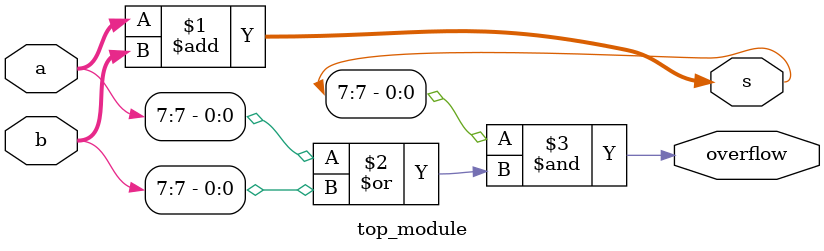
<source format=v>
module top_module (
    input [7:0] a,
    input [7:0] b,
    output [7:0] s,
    output overflow
);

    reg [7:0] s;
    reg overflow;

    // Add a and b, and assign the result to s.
    assign s = a + b;

    // Check if the carry-out of bit 7 is set. If it is, then an overflow has occurred.
    assign overflow = (s[7] & (a[7] | b[7]));

endmodule
</source>
